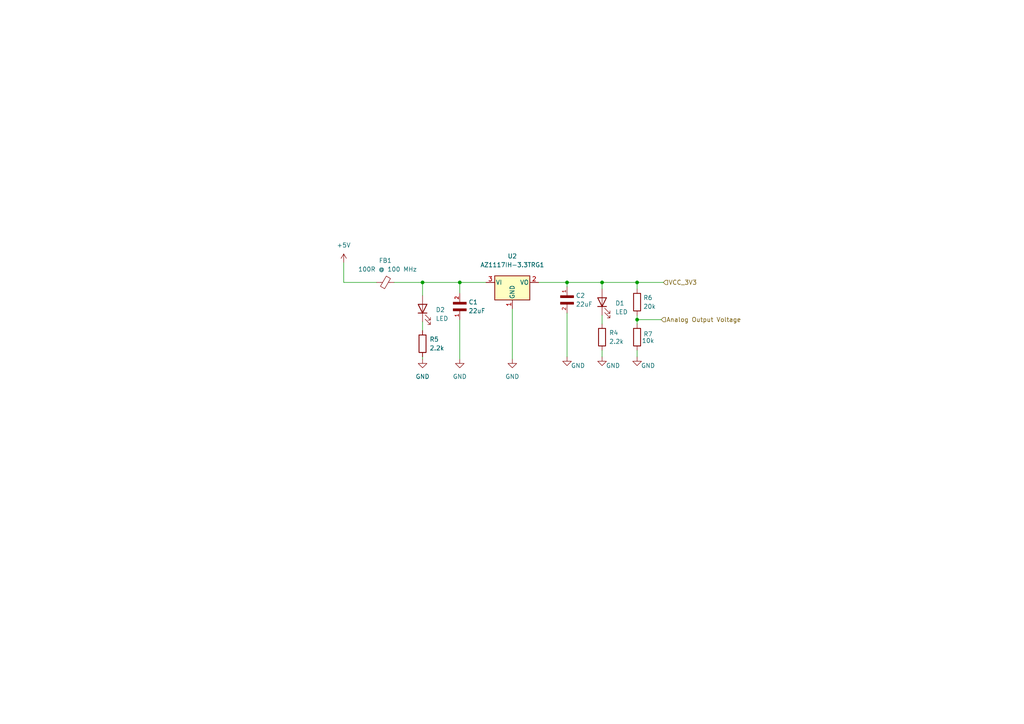
<source format=kicad_sch>
(kicad_sch (version 20211123) (generator eeschema)
  (paper "A4")
  (lib_symbols
    (symbol "Daughterboard_Symbols:CL10B104KB8NNNL" (pin_names (offset 1.016) hide)
      (property "Reference" "C" (at 0 3.81 0))
      (property "Value" "CL10B104KB8NNNL" (at 0 -5.08 0))
      (symbol "CL10B104KB8NNNL_0_0"
        (rectangle (start 0 -1.905) (end 0.635 1.905) (fill (type outline)))
        (rectangle (start 1.905 -1.905) (end 2.54 1.905) (fill (type outline)))
        (pin passive line (at -2.54 0 0) (length 2.54) (name "~") (number "1"))
        (pin passive line (at 5.08 0 180) (length 2.54) (name "~") (number "2"))
      )
    )
    (symbol "Device:FerriteBead_Small" (pin_numbers hide) (pin_names (offset 0))
      (property "Reference" "FB" (at 1.905 1.27 0))
      (property "Value" "FerriteBead_Small" (at 1.905 -1.27 0))
      (symbol "FerriteBead_Small_0_1"
        (polyline (pts (xy 0 -1.27) (xy 0 -0.7874)))
        (polyline (pts (xy 0 0.889) (xy 0 1.2954)))
        (polyline (pts (xy -1.8288 0.2794) (xy -1.1176 1.4986) (xy 1.8288 -0.2032) (xy 1.1176 -1.4224) (xy -1.8288 0.2794)))
      )
      (symbol "FerriteBead_Small_1_1"
        (pin passive line (at 0 2.54 270) (length 1.27) (name "~") (number "1"))
        (pin passive line (at 0 -2.54 90) (length 1.27) (name "~") (number "2"))
      )
    )
    (symbol "Device:LED" (pin_numbers hide) (pin_names (offset 1.016) hide)
      (property "Reference" "D" (at 0 2.54 0))
      (property "Value" "LED" (at 0 -2.54 0))
      (symbol "LED_0_1"
        (polyline (pts (xy -1.27 -1.27) (xy -1.27 1.27)) (stroke (width 0.254)))
        (polyline (pts (xy -1.27 0) (xy 1.27 0)))
        (polyline (pts (xy 1.27 -1.27) (xy 1.27 1.27) (xy -1.27 0) (xy 1.27 -1.27)) (stroke (width 0.254)))
        (polyline (pts (xy -3.048 -0.762) (xy -4.572 -2.286) (xy -3.81 -2.286) (xy -4.572 -2.286) (xy -4.572 -1.524)))
        (polyline (pts (xy -1.778 -0.762) (xy -3.302 -2.286) (xy -2.54 -2.286) (xy -3.302 -2.286) (xy -3.302 -1.524)))
      )
      (symbol "LED_1_1"
        (pin passive line (at -3.81 0 0) (length 2.54) (name "K") (number "1"))
        (pin passive line (at 3.81 0 180) (length 2.54) (name "A") (number "2"))
      )
    )
    (symbol "Device:R" (pin_numbers hide) (pin_names (offset 0))
      (property "Reference" "R" (at 2.032 0 90))
      (property "Value" "R" (at 0 0 90))
      (symbol "R_0_1"
        (rectangle (start -1.016 -2.54) (end 1.016 2.54) (stroke (width 0.254)))
      )
      (symbol "R_1_1"
        (pin passive line (at 0 3.81 270) (length 1.27) (name "~") (number "1"))
        (pin passive line (at 0 -3.81 90) (length 1.27) (name "~") (number "2"))
      )
    )
    (symbol "Regulator_Linear:AZ1117-3.3" (pin_names (offset 0.254))
      (property "Reference" "U" (at -3.81 3.175 0))
      (property "Value" "AZ1117-3.3" (at 0 3.175 0))
      (symbol "AZ1117-3.3_0_1"
        (rectangle (start -5.08 1.905) (end 5.08 -5.08) (stroke (width 0.254)) (fill (type background)))
      )
      (symbol "AZ1117-3.3_1_1"
        (pin power_in line (at 0 -7.62 90) (length 2.54) (name "GND") (number "1"))
        (pin power_out line (at 7.62 0 180) (length 2.54) (name "VO") (number "2"))
        (pin power_in line (at -7.62 0 0) (length 2.54) (name "VI") (number "3"))
      )
    )
    (symbol "power:+5V" (power) (pin_names (offset 0))
      (property "Value" "+5V" (at 0 3.556 0))
      (symbol "+5V_0_1"
        (polyline (pts (xy -0.762 1.27) (xy 0 2.54)))
        (polyline (pts (xy 0 0) (xy 0 2.54)))
        (polyline (pts (xy 0 2.54) (xy 0.762 1.27)))
      )
      (symbol "+5V_1_1"
        (pin power_in line (at 0 0 90) (length 0) hide (name "+5V") (number "1"))
      )
    )
    (symbol "power:GND" (power) (pin_names (offset 0))
      (property "Value" "GND" (at 0 -3.81 0))
      (symbol "GND_0_1"
        (polyline (pts (xy 0 0) (xy 0 -1.27) (xy 1.27 -1.27) (xy 0 -2.54) (xy -1.27 -1.27) (xy 0 -1.27)))
      )
      (symbol "GND_1_1"
        (pin power_in line (at 0 0 270) (length 0) hide (name "GND") (number "1"))
      )
    )
  )
  (junction (at 122.555 81.915))
  (junction (at 164.465 81.915))
  (junction (at 174.625 81.915))
  (junction (at 184.785 92.71))
  (junction (at 133.35 81.915))
  (junction (at 184.785 81.915))
  (wire (pts (xy 174.625 81.915) (xy 184.785 81.915)))
  (wire (pts (xy 99.695 76.2) (xy 99.695 81.915)))
  (wire (pts (xy 184.785 101.6) (xy 184.785 103.505)))
  (wire (pts (xy 133.35 81.915) (xy 133.35 85.09)))
  (wire (pts (xy 122.555 93.345) (xy 122.555 95.885)))
  (wire (pts (xy 99.695 81.915) (xy 109.22 81.915)))
  (wire (pts (xy 184.785 81.915) (xy 192.405 81.915)))
  (wire (pts (xy 164.465 90.805) (xy 164.465 103.505)))
  (wire (pts (xy 164.465 81.915) (xy 164.465 83.185)))
  (wire (pts (xy 184.785 92.71) (xy 191.77 92.71)))
  (wire (pts (xy 148.59 89.535) (xy 148.59 104.14)))
  (wire (pts (xy 184.785 92.71) (xy 184.785 93.98)))
  (wire (pts (xy 174.625 81.915) (xy 174.625 83.82)))
  (wire (pts (xy 122.555 81.915) (xy 133.35 81.915)))
  (wire (pts (xy 114.3 81.915) (xy 122.555 81.915)))
  (wire (pts (xy 184.785 83.82) (xy 184.785 81.915)))
  (wire (pts (xy 133.35 92.71) (xy 133.35 104.14)))
  (wire (pts (xy 122.555 103.505) (xy 122.555 104.14)))
  (wire (pts (xy 122.555 85.725) (xy 122.555 81.915)))
  (wire (pts (xy 164.465 81.915) (xy 174.625 81.915)))
  (wire (pts (xy 184.785 91.44) (xy 184.785 92.71)))
  (wire (pts (xy 156.21 81.915) (xy 164.465 81.915)))
  (wire (pts (xy 174.625 101.6) (xy 174.625 103.505)))
  (wire (pts (xy 174.625 91.44) (xy 174.625 93.98)))
  (wire (pts (xy 133.35 81.915) (xy 140.97 81.915)))
  (hierarchical_label "VCC_3V3" (shape input) (at 192.405 81.915 0))
  (hierarchical_label "Analog Output Voltage" (shape input) (at 191.77 92.71 0))
  (symbol (lib_id "Daughterboard_Symbols:CL10B104KB8NNNL") (at 133.35 90.17 90) (unit 1)
    (property "Reference" "C1" (at 135.89 87.6299 90) (effects (justify right)))
    (property "Value" "22uF" (at 135.89 90.1699 90) (effects (justify right)))
    (property "Footprint" "Capacitor_SMD:C_0603_1608Metric" (effects hide))
  )
  (symbol (lib_id "power:GND") (at 148.59 104.14 0) (unit 1)
    (property "Reference" "#PWR0126" (effects hide))
    (property "Value" "GND" (at 148.59 109.22 0))
  )
  (symbol (lib_id "power:GND") (at 184.785 103.505 0) (unit 1)
    (property "Reference" "#PWR0128" (effects hide))
    (property "Value" "GND" (at 187.96 106.045 0))
  )
  (symbol (lib_id "power:GND") (at 174.625 103.505 0) (unit 1)
    (property "Reference" "#PWR0123" (effects hide))
    (property "Value" "GND" (at 177.8 106.045 0))
  )
  (symbol (lib_id "power:GND") (at 122.555 104.14 0) (unit 1)
    (property "Reference" "#PWR0125" (effects hide))
    (property "Value" "GND" (at 122.555 109.22 0))
  )
  (symbol (lib_id "Device:R") (at 184.785 87.63 0) (unit 1)
    (property "Reference" "R6" (at 186.563 86.3599 0) (effects (justify left)))
    (property "Value" "20k" (at 186.563 88.8999 0) (effects (justify left)))
    (property "Footprint" "Resistor_SMD:R_0603_1608Metric" (effects hide))
  )
  (symbol (lib_id "power:GND") (at 133.35 104.14 0) (unit 1)
    (property "Reference" "#PWR0127" (effects hide))
    (property "Value" "GND" (at 133.35 109.22 0))
  )
  (symbol (lib_id "power:+5V") (at 99.695 76.2 0) (unit 1)
    (property "Reference" "#PWR0124" (effects hide))
    (property "Value" "+5V" (at 99.695 71.12 0))
  )
  (symbol (lib_id "Device:R") (at 174.625 97.79 0) (unit 1)
    (property "Reference" "R4" (at 176.657 96.5199 0) (effects (justify left)))
    (property "Value" "2.2k" (at 176.657 99.0599 0) (effects (justify left)))
    (property "Footprint" "Resistor_SMD:R_0603_1608Metric" (effects hide))
  )
  (symbol (lib_id "Device:R") (at 122.555 99.695 0) (unit 1)
    (property "Reference" "R5" (at 124.587 98.4249 0) (effects (justify left)))
    (property "Value" "2.2k" (at 124.587 100.9649 0) (effects (justify left)))
    (property "Footprint" "Resistor_SMD:R_0603_1608Metric" (effects hide))
  )
  (symbol (lib_id "Daughterboard_Symbols:CL10B104KB8NNNL") (at 164.465 85.725 270) (unit 1)
    (property "Reference" "C2" (at 167.005 85.7249 90) (effects (justify left)))
    (property "Value" "22uF" (at 167.005 88.265 90) (effects (justify left)))
    (property "Footprint" "Capacitor_SMD:C_0603_1608Metric" (effects hide))
  )
  (symbol (lib_id "Device:R") (at 184.785 97.79 0) (unit 1)
    (property "Reference" "R7" (at 187.96 96.901 0))
    (property "Value" "10k" (at 187.96 98.806 0))
    (property "Footprint" "Resistor_SMD:R_0603_1608Metric" (effects hide))
  )
  (symbol (lib_id "Regulator_Linear:AZ1117-3.3") (at 148.59 81.915 0) (unit 1)
    (property "Reference" "U2" (at 148.59 74.295 0))
    (property "Value" "AZ1117IH-3.3TRG1" (at 148.59 76.835 0))
    (property "Footprint" "Package_TO_SOT_SMD:SOT-223-3_TabPin2" (effects hide))
    (property "Datasheet" "https://www.diodes.com/assets/Datasheets/AZ1117.pdf" (effects hide))
  )
  (symbol (lib_id "Device:LED") (at 122.555 89.535 90) (unit 1)
    (property "Reference" "D2" (at 126.365 89.8524 90) (effects (justify right)))
    (property "Value" "LED" (at 126.365 92.3924 90) (effects (justify right)))
    (property "Footprint" "LED_SMD:LED_0603_1608Metric" (effects hide))
  )
  (symbol (lib_id "Device:FerriteBead_Small") (at 111.76 81.915 270) (unit 1)
    (property "Reference" "FB1" (at 111.76 75.565 90))
    (property "Value" "100R @ 100 MHz" (at 112.395 78.105 90))
    (property "Footprint" "Inductor_SMD:L_0603_1608Metric" (effects hide))
  )
  (symbol (lib_id "power:GND") (at 164.465 103.505 0) (unit 1)
    (property "Reference" "#PWR0129" (effects hide))
    (property "Value" "GND" (at 167.64 106.045 0))
  )
  (symbol (lib_id "Device:LED") (at 174.625 87.63 90) (unit 1)
    (property "Reference" "D1" (at 178.435 87.9474 90) (effects (justify right)))
    (property "Value" "LED" (at 178.435 90.4874 90) (effects (justify right)))
    (property "Footprint" "LED_SMD:LED_0603_1608Metric" (effects hide))
  )
)
</source>
